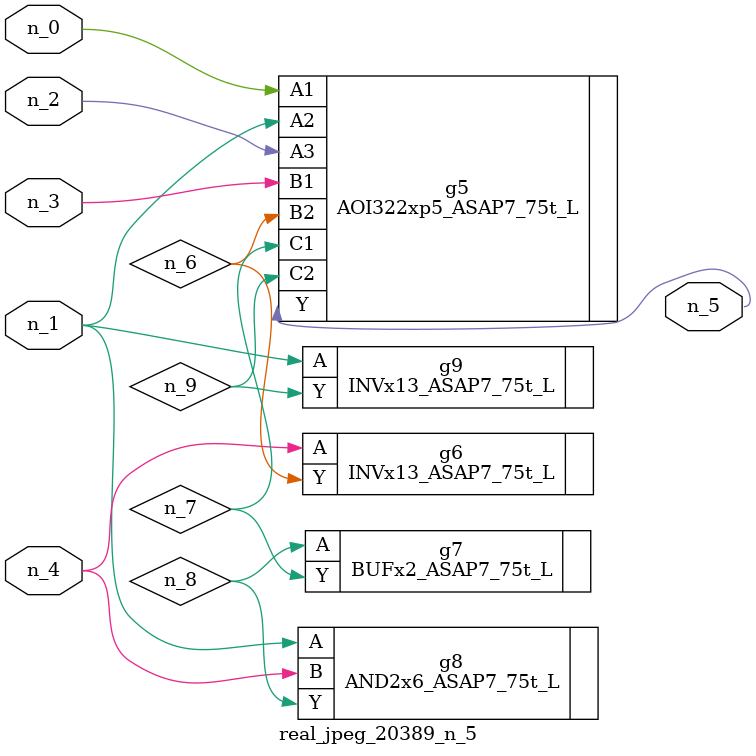
<source format=v>
module real_jpeg_20389_n_5 (n_4, n_0, n_1, n_2, n_3, n_5);

input n_4;
input n_0;
input n_1;
input n_2;
input n_3;

output n_5;

wire n_8;
wire n_6;
wire n_7;
wire n_9;

AOI322xp5_ASAP7_75t_L g5 ( 
.A1(n_0),
.A2(n_1),
.A3(n_2),
.B1(n_3),
.B2(n_6),
.C1(n_7),
.C2(n_9),
.Y(n_5)
);

AND2x6_ASAP7_75t_L g8 ( 
.A(n_1),
.B(n_4),
.Y(n_8)
);

INVx13_ASAP7_75t_L g9 ( 
.A(n_1),
.Y(n_9)
);

INVx13_ASAP7_75t_L g6 ( 
.A(n_4),
.Y(n_6)
);

BUFx2_ASAP7_75t_L g7 ( 
.A(n_8),
.Y(n_7)
);


endmodule
</source>
